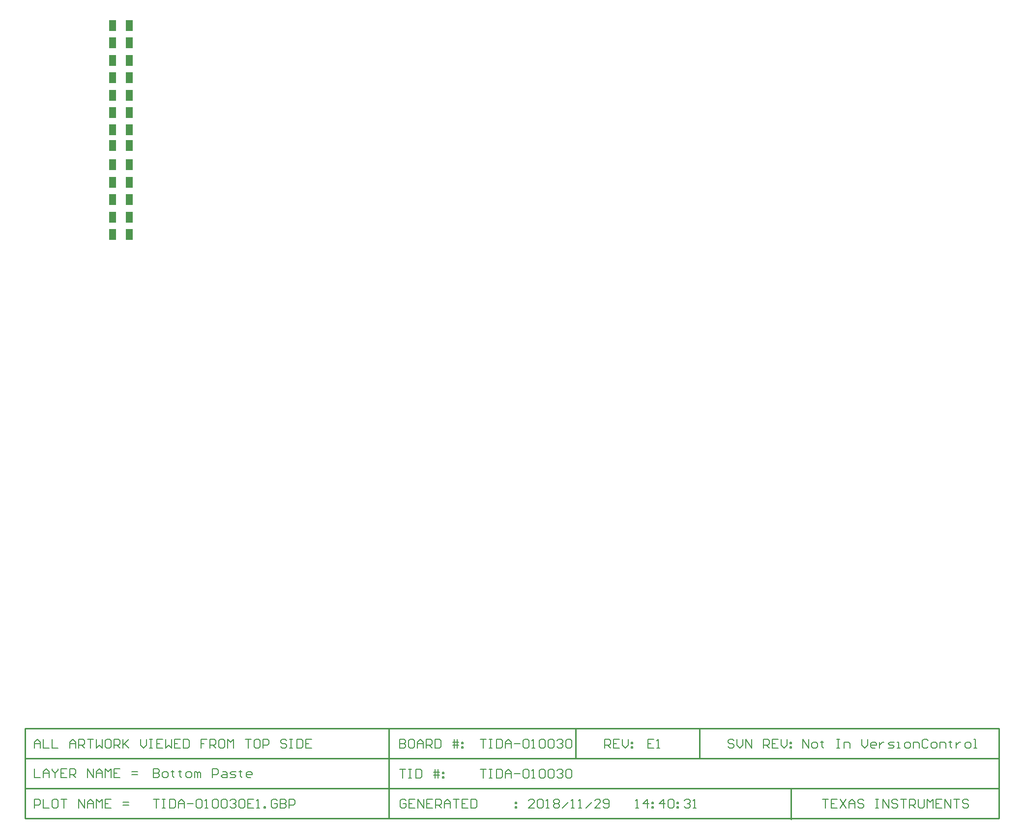
<source format=gbp>
G04 Layer_Color=128*
%FSAX25Y25*%
%MOIN*%
G70*
G01*
G75*
%ADD30R,0.05118X0.07283*%
%ADD50C,0.01000*%
%ADD63C,0.00800*%
G54D30*
X0099382Y0577700D02*
D03*
X0110800D02*
D03*
X0099382Y0565892D02*
D03*
X0110800D02*
D03*
X0099382Y0554083D02*
D03*
X0110800D02*
D03*
X0099382Y0542275D02*
D03*
X0110800D02*
D03*
X0099382Y0530467D02*
D03*
X0110800D02*
D03*
X0099382Y0518658D02*
D03*
X0110800D02*
D03*
X0099382Y0506850D02*
D03*
X0110800D02*
D03*
X0099382Y0496342D02*
D03*
X0110800D02*
D03*
X0099382Y0483233D02*
D03*
X0110800D02*
D03*
X0099382Y0471425D02*
D03*
X0110800D02*
D03*
X0099382Y0459617D02*
D03*
X0110800D02*
D03*
X0099382Y0447808D02*
D03*
X0110800D02*
D03*
X0099382Y0436000D02*
D03*
X0110800D02*
D03*
G54D50*
X0559400Y0039400D02*
Y0059683D01*
X0440500Y0040050D02*
X0700200D01*
Y0101050D01*
X0286500Y0040050D02*
Y0101050D01*
X0040000Y0040050D02*
Y0101050D01*
X0040050Y0040050D02*
X0197600D01*
X0040050D02*
Y0101050D01*
Y0101050D02*
X0700200D01*
X0040000Y0040050D02*
X0440500D01*
X0040000Y0060383D02*
X0700000D01*
X0040000Y0080717D02*
X0700200D01*
X0413200D02*
Y0101050D01*
X0497200Y0080717D02*
Y0101050D01*
G54D63*
X0126900Y0073549D02*
Y0067551D01*
X0129899D01*
X0130899Y0068550D01*
Y0069550D01*
X0129899Y0070550D01*
X0126900D01*
X0129899D01*
X0130899Y0071549D01*
Y0072549D01*
X0129899Y0073549D01*
X0126900D01*
X0133898Y0067551D02*
X0135897D01*
X0136897Y0068550D01*
Y0070550D01*
X0135897Y0071549D01*
X0133898D01*
X0132898Y0070550D01*
Y0068550D01*
X0133898Y0067551D01*
X0139896Y0072549D02*
Y0071549D01*
X0138896D01*
X0140895D01*
X0139896D01*
Y0068550D01*
X0140895Y0067551D01*
X0144894Y0072549D02*
Y0071549D01*
X0143895D01*
X0145894D01*
X0144894D01*
Y0068550D01*
X0145894Y0067551D01*
X0149893D02*
X0151892D01*
X0152892Y0068550D01*
Y0070550D01*
X0151892Y0071549D01*
X0149893D01*
X0148893Y0070550D01*
Y0068550D01*
X0149893Y0067551D01*
X0154891D02*
Y0071549D01*
X0155891D01*
X0156890Y0070550D01*
Y0067551D01*
Y0070550D01*
X0157890Y0071549D01*
X0158890Y0070550D01*
Y0067551D01*
X0166887D02*
Y0073549D01*
X0169886D01*
X0170886Y0072549D01*
Y0070550D01*
X0169886Y0069550D01*
X0166887D01*
X0173885Y0071549D02*
X0175884D01*
X0176884Y0070550D01*
Y0067551D01*
X0173885D01*
X0172885Y0068550D01*
X0173885Y0069550D01*
X0176884D01*
X0178883Y0067551D02*
X0181882D01*
X0182882Y0068550D01*
X0181882Y0069550D01*
X0179883D01*
X0178883Y0070550D01*
X0179883Y0071549D01*
X0182882D01*
X0185881Y0072549D02*
Y0071549D01*
X0184881D01*
X0186881D01*
X0185881D01*
Y0068550D01*
X0186881Y0067551D01*
X0192879D02*
X0190879D01*
X0189880Y0068550D01*
Y0070550D01*
X0190879Y0071549D01*
X0192879D01*
X0193878Y0070550D01*
Y0069550D01*
X0189880D01*
X0348550Y0073498D02*
X0352549D01*
X0350549D01*
Y0067500D01*
X0354548Y0073498D02*
X0356547D01*
X0355548D01*
Y0067500D01*
X0354548D01*
X0356547D01*
X0359546Y0073498D02*
Y0067500D01*
X0362545D01*
X0363545Y0068500D01*
Y0072498D01*
X0362545Y0073498D01*
X0359546D01*
X0365545Y0067500D02*
Y0071499D01*
X0367544Y0073498D01*
X0369543Y0071499D01*
Y0067500D01*
Y0070499D01*
X0365545D01*
X0371543D02*
X0375541D01*
X0377541Y0072498D02*
X0378540Y0073498D01*
X0380540D01*
X0381539Y0072498D01*
Y0068500D01*
X0380540Y0067500D01*
X0378540D01*
X0377541Y0068500D01*
Y0072498D01*
X0383539Y0067500D02*
X0385538D01*
X0384538D01*
Y0073498D01*
X0383539Y0072498D01*
X0388537D02*
X0389537Y0073498D01*
X0391536D01*
X0392536Y0072498D01*
Y0068500D01*
X0391536Y0067500D01*
X0389537D01*
X0388537Y0068500D01*
Y0072498D01*
X0394535D02*
X0395535Y0073498D01*
X0397534D01*
X0398534Y0072498D01*
Y0068500D01*
X0397534Y0067500D01*
X0395535D01*
X0394535Y0068500D01*
Y0072498D01*
X0400533D02*
X0401533Y0073498D01*
X0403532D01*
X0404532Y0072498D01*
Y0071499D01*
X0403532Y0070499D01*
X0402532D01*
X0403532D01*
X0404532Y0069499D01*
Y0068500D01*
X0403532Y0067500D01*
X0401533D01*
X0400533Y0068500D01*
X0406531Y0072498D02*
X0407531Y0073498D01*
X0409530D01*
X0410530Y0072498D01*
Y0068500D01*
X0409530Y0067500D01*
X0407531D01*
X0406531Y0068500D01*
Y0072498D01*
X0294000Y0073498D02*
X0297999D01*
X0295999D01*
Y0067500D01*
X0299998Y0073498D02*
X0301997D01*
X0300998D01*
Y0067500D01*
X0299998D01*
X0301997D01*
X0304996Y0073498D02*
Y0067500D01*
X0307996D01*
X0308995Y0068500D01*
Y0072498D01*
X0307996Y0073498D01*
X0304996D01*
X0317992Y0067500D02*
Y0073498D01*
X0319992D02*
Y0067500D01*
X0316993Y0071499D02*
X0319992D01*
X0320991D01*
X0316993Y0069499D02*
X0320991D01*
X0322991Y0071499D02*
X0323990D01*
Y0070499D01*
X0322991D01*
Y0071499D01*
Y0068500D02*
X0323990D01*
Y0067500D01*
X0322991D01*
Y0068500D01*
X0580500Y0052965D02*
X0584499D01*
X0582499D01*
Y0046966D01*
X0590497Y0052965D02*
X0586498D01*
Y0046966D01*
X0590497D01*
X0586498Y0049966D02*
X0588497D01*
X0592496Y0052965D02*
X0596495Y0046966D01*
Y0052965D02*
X0592496Y0046966D01*
X0598494D02*
Y0050965D01*
X0600493Y0052965D01*
X0602493Y0050965D01*
Y0046966D01*
Y0049966D01*
X0598494D01*
X0608491Y0051965D02*
X0607491Y0052965D01*
X0605492D01*
X0604492Y0051965D01*
Y0050965D01*
X0605492Y0049966D01*
X0607491D01*
X0608491Y0048966D01*
Y0047966D01*
X0607491Y0046966D01*
X0605492D01*
X0604492Y0047966D01*
X0616488Y0052965D02*
X0618488D01*
X0617488D01*
Y0046966D01*
X0616488D01*
X0618488D01*
X0621487D02*
Y0052965D01*
X0625486Y0046966D01*
Y0052965D01*
X0631484Y0051965D02*
X0630484Y0052965D01*
X0628484D01*
X0627485Y0051965D01*
Y0050965D01*
X0628484Y0049966D01*
X0630484D01*
X0631484Y0048966D01*
Y0047966D01*
X0630484Y0046966D01*
X0628484D01*
X0627485Y0047966D01*
X0633483Y0052965D02*
X0637482D01*
X0635482D01*
Y0046966D01*
X0639481D02*
Y0052965D01*
X0642480D01*
X0643480Y0051965D01*
Y0049966D01*
X0642480Y0048966D01*
X0639481D01*
X0641480D02*
X0643480Y0046966D01*
X0645479Y0052965D02*
Y0047966D01*
X0646479Y0046966D01*
X0648478D01*
X0649478Y0047966D01*
Y0052965D01*
X0651477Y0046966D02*
Y0052965D01*
X0653476Y0050965D01*
X0655476Y0052965D01*
Y0046966D01*
X0661474Y0052965D02*
X0657475D01*
Y0046966D01*
X0661474D01*
X0657475Y0049966D02*
X0659474D01*
X0663473Y0046966D02*
Y0052965D01*
X0667472Y0046966D01*
Y0052965D01*
X0669471D02*
X0673470D01*
X0671471D01*
Y0046966D01*
X0679468Y0051965D02*
X0678468Y0052965D01*
X0676469D01*
X0675469Y0051965D01*
Y0050965D01*
X0676469Y0049966D01*
X0678468D01*
X0679468Y0048966D01*
Y0047966D01*
X0678468Y0046966D01*
X0676469D01*
X0675469Y0047966D01*
X0454050Y0046966D02*
X0456049D01*
X0455050D01*
Y0052965D01*
X0454050Y0051965D01*
X0462047Y0046966D02*
Y0052965D01*
X0459048Y0049966D01*
X0463047D01*
X0465046Y0050965D02*
X0466046D01*
Y0049966D01*
X0465046D01*
Y0050965D01*
Y0047966D02*
X0466046D01*
Y0046966D01*
X0465046D01*
Y0047966D01*
X0473044Y0046966D02*
Y0052965D01*
X0470045Y0049966D01*
X0474044D01*
X0476043Y0051965D02*
X0477043Y0052965D01*
X0479042D01*
X0480042Y0051965D01*
Y0047966D01*
X0479042Y0046966D01*
X0477043D01*
X0476043Y0047966D01*
Y0051965D01*
X0482041Y0050965D02*
X0483041D01*
Y0049966D01*
X0482041D01*
Y0050965D01*
Y0047966D02*
X0483041D01*
Y0046966D01*
X0482041D01*
Y0047966D01*
X0487039Y0051965D02*
X0488039Y0052965D01*
X0490038D01*
X0491038Y0051965D01*
Y0050965D01*
X0490038Y0049966D01*
X0489039D01*
X0490038D01*
X0491038Y0048966D01*
Y0047966D01*
X0490038Y0046966D01*
X0488039D01*
X0487039Y0047966D01*
X0493037Y0046966D02*
X0495037D01*
X0494037D01*
Y0052965D01*
X0493037Y0051965D01*
X0046350Y0046966D02*
Y0052965D01*
X0049349D01*
X0050349Y0051965D01*
Y0049966D01*
X0049349Y0048966D01*
X0046350D01*
X0052348Y0052965D02*
Y0046966D01*
X0056347D01*
X0061345Y0052965D02*
X0059346D01*
X0058346Y0051965D01*
Y0047966D01*
X0059346Y0046966D01*
X0061345D01*
X0062345Y0047966D01*
Y0051965D01*
X0061345Y0052965D01*
X0064344D02*
X0068343D01*
X0066343D01*
Y0046966D01*
X0076340D02*
Y0052965D01*
X0080339Y0046966D01*
Y0052965D01*
X0082338Y0046966D02*
Y0050965D01*
X0084338Y0052965D01*
X0086337Y0050965D01*
Y0046966D01*
Y0049966D01*
X0082338D01*
X0088336Y0046966D02*
Y0052965D01*
X0090336Y0050965D01*
X0092335Y0052965D01*
Y0046966D01*
X0098333Y0052965D02*
X0094335D01*
Y0046966D01*
X0098333D01*
X0094335Y0049966D02*
X0096334D01*
X0106331Y0048966D02*
X0110329D01*
X0106331Y0050965D02*
X0110329D01*
X0046350Y0073549D02*
Y0067551D01*
X0050349D01*
X0052348D02*
Y0071549D01*
X0054347Y0073549D01*
X0056347Y0071549D01*
Y0067551D01*
Y0070550D01*
X0052348D01*
X0058346Y0073549D02*
Y0072549D01*
X0060346Y0070550D01*
X0062345Y0072549D01*
Y0073549D01*
X0060346Y0070550D02*
Y0067551D01*
X0068343Y0073549D02*
X0064344D01*
Y0067551D01*
X0068343D01*
X0064344Y0070550D02*
X0066343D01*
X0070342Y0067551D02*
Y0073549D01*
X0073341D01*
X0074341Y0072549D01*
Y0070550D01*
X0073341Y0069550D01*
X0070342D01*
X0072342D02*
X0074341Y0067551D01*
X0082338D02*
Y0073549D01*
X0086337Y0067551D01*
Y0073549D01*
X0088336Y0067551D02*
Y0071549D01*
X0090336Y0073549D01*
X0092335Y0071549D01*
Y0067551D01*
Y0070550D01*
X0088336D01*
X0094335Y0067551D02*
Y0073549D01*
X0096334Y0071549D01*
X0098333Y0073549D01*
Y0067551D01*
X0104331Y0073549D02*
X0100332D01*
Y0067551D01*
X0104331D01*
X0100332Y0070550D02*
X0102332D01*
X0112329Y0069550D02*
X0116327D01*
X0112329Y0071549D02*
X0116327D01*
X0294000Y0093831D02*
Y0087833D01*
X0296999D01*
X0297999Y0088833D01*
Y0089833D01*
X0296999Y0090832D01*
X0294000D01*
X0296999D01*
X0297999Y0091832D01*
Y0092832D01*
X0296999Y0093831D01*
X0294000D01*
X0302997D02*
X0300998D01*
X0299998Y0092832D01*
Y0088833D01*
X0300998Y0087833D01*
X0302997D01*
X0303997Y0088833D01*
Y0092832D01*
X0302997Y0093831D01*
X0305996Y0087833D02*
Y0091832D01*
X0307996Y0093831D01*
X0309995Y0091832D01*
Y0087833D01*
Y0090832D01*
X0305996D01*
X0311994Y0087833D02*
Y0093831D01*
X0314993D01*
X0315993Y0092832D01*
Y0090832D01*
X0314993Y0089833D01*
X0311994D01*
X0313994D02*
X0315993Y0087833D01*
X0317992Y0093831D02*
Y0087833D01*
X0320991D01*
X0321991Y0088833D01*
Y0092832D01*
X0320991Y0093831D01*
X0317992D01*
X0330988Y0087833D02*
Y0093831D01*
X0332987D02*
Y0087833D01*
X0329988Y0091832D02*
X0332987D01*
X0333987D01*
X0329988Y0089833D02*
X0333987D01*
X0335986Y0091832D02*
X0336986D01*
Y0090832D01*
X0335986D01*
Y0091832D01*
Y0088833D02*
X0336986D01*
Y0087833D01*
X0335986D01*
Y0088833D01*
X0348550Y0093831D02*
X0352549D01*
X0350549D01*
Y0087833D01*
X0354548Y0093831D02*
X0356547D01*
X0355548D01*
Y0087833D01*
X0354548D01*
X0356547D01*
X0359546Y0093831D02*
Y0087833D01*
X0362545D01*
X0363545Y0088833D01*
Y0092832D01*
X0362545Y0093831D01*
X0359546D01*
X0365545Y0087833D02*
Y0091832D01*
X0367544Y0093831D01*
X0369543Y0091832D01*
Y0087833D01*
Y0090832D01*
X0365545D01*
X0371543D02*
X0375541D01*
X0377541Y0092832D02*
X0378540Y0093831D01*
X0380540D01*
X0381539Y0092832D01*
Y0088833D01*
X0380540Y0087833D01*
X0378540D01*
X0377541Y0088833D01*
Y0092832D01*
X0383539Y0087833D02*
X0385538D01*
X0384538D01*
Y0093831D01*
X0383539Y0092832D01*
X0388537D02*
X0389537Y0093831D01*
X0391536D01*
X0392536Y0092832D01*
Y0088833D01*
X0391536Y0087833D01*
X0389537D01*
X0388537Y0088833D01*
Y0092832D01*
X0394535D02*
X0395535Y0093831D01*
X0397534D01*
X0398534Y0092832D01*
Y0088833D01*
X0397534Y0087833D01*
X0395535D01*
X0394535Y0088833D01*
Y0092832D01*
X0400533D02*
X0401533Y0093831D01*
X0403532D01*
X0404532Y0092832D01*
Y0091832D01*
X0403532Y0090832D01*
X0402532D01*
X0403532D01*
X0404532Y0089833D01*
Y0088833D01*
X0403532Y0087833D01*
X0401533D01*
X0400533Y0088833D01*
X0406531Y0092832D02*
X0407531Y0093831D01*
X0409530D01*
X0410530Y0092832D01*
Y0088833D01*
X0409530Y0087833D01*
X0407531D01*
X0406531Y0088833D01*
Y0092832D01*
X0466149Y0093831D02*
X0462150D01*
Y0087833D01*
X0466149D01*
X0462150Y0090832D02*
X0464149D01*
X0468148Y0087833D02*
X0470147D01*
X0469148D01*
Y0093831D01*
X0468148Y0092832D01*
X0046350Y0087833D02*
Y0091832D01*
X0048349Y0093831D01*
X0050349Y0091832D01*
Y0087833D01*
Y0090832D01*
X0046350D01*
X0052348Y0093831D02*
Y0087833D01*
X0056347D01*
X0058346Y0093831D02*
Y0087833D01*
X0062345D01*
X0070342D02*
Y0091832D01*
X0072342Y0093831D01*
X0074341Y0091832D01*
Y0087833D01*
Y0090832D01*
X0070342D01*
X0076340Y0087833D02*
Y0093831D01*
X0079339D01*
X0080339Y0092832D01*
Y0090832D01*
X0079339Y0089833D01*
X0076340D01*
X0078340D02*
X0080339Y0087833D01*
X0082338Y0093831D02*
X0086337D01*
X0084338D01*
Y0087833D01*
X0088336Y0093831D02*
Y0087833D01*
X0090336Y0089833D01*
X0092335Y0087833D01*
Y0093831D01*
X0097334D02*
X0095334D01*
X0094335Y0092832D01*
Y0088833D01*
X0095334Y0087833D01*
X0097334D01*
X0098333Y0088833D01*
Y0092832D01*
X0097334Y0093831D01*
X0100332Y0087833D02*
Y0093831D01*
X0103332D01*
X0104331Y0092832D01*
Y0090832D01*
X0103332Y0089833D01*
X0100332D01*
X0102332D02*
X0104331Y0087833D01*
X0106331Y0093831D02*
Y0087833D01*
Y0089833D01*
X0110329Y0093831D01*
X0107330Y0090832D01*
X0110329Y0087833D01*
X0118327Y0093831D02*
Y0089833D01*
X0120326Y0087833D01*
X0122325Y0089833D01*
Y0093831D01*
X0124325D02*
X0126324D01*
X0125324D01*
Y0087833D01*
X0124325D01*
X0126324D01*
X0133322Y0093831D02*
X0129323D01*
Y0087833D01*
X0133322D01*
X0129323Y0090832D02*
X0131323D01*
X0135321Y0093831D02*
Y0087833D01*
X0137321Y0089833D01*
X0139320Y0087833D01*
Y0093831D01*
X0145318D02*
X0141319D01*
Y0087833D01*
X0145318D01*
X0141319Y0090832D02*
X0143319D01*
X0147317Y0093831D02*
Y0087833D01*
X0150316D01*
X0151316Y0088833D01*
Y0092832D01*
X0150316Y0093831D01*
X0147317D01*
X0163312D02*
X0159313D01*
Y0090832D01*
X0161313D01*
X0159313D01*
Y0087833D01*
X0165312D02*
Y0093831D01*
X0168310D01*
X0169310Y0092832D01*
Y0090832D01*
X0168310Y0089833D01*
X0165312D01*
X0167311D02*
X0169310Y0087833D01*
X0174309Y0093831D02*
X0172309D01*
X0171310Y0092832D01*
Y0088833D01*
X0172309Y0087833D01*
X0174309D01*
X0175308Y0088833D01*
Y0092832D01*
X0174309Y0093831D01*
X0177308Y0087833D02*
Y0093831D01*
X0179307Y0091832D01*
X0181306Y0093831D01*
Y0087833D01*
X0189304Y0093831D02*
X0193303D01*
X0191303D01*
Y0087833D01*
X0198301Y0093831D02*
X0196301D01*
X0195302Y0092832D01*
Y0088833D01*
X0196301Y0087833D01*
X0198301D01*
X0199301Y0088833D01*
Y0092832D01*
X0198301Y0093831D01*
X0201300Y0087833D02*
Y0093831D01*
X0204299D01*
X0205299Y0092832D01*
Y0090832D01*
X0204299Y0089833D01*
X0201300D01*
X0217295Y0092832D02*
X0216295Y0093831D01*
X0214296D01*
X0213296Y0092832D01*
Y0091832D01*
X0214296Y0090832D01*
X0216295D01*
X0217295Y0089833D01*
Y0088833D01*
X0216295Y0087833D01*
X0214296D01*
X0213296Y0088833D01*
X0219294Y0093831D02*
X0221293D01*
X0220294D01*
Y0087833D01*
X0219294D01*
X0221293D01*
X0224292Y0093831D02*
Y0087833D01*
X0227291D01*
X0228291Y0088833D01*
Y0092832D01*
X0227291Y0093831D01*
X0224292D01*
X0234289D02*
X0230291D01*
Y0087833D01*
X0234289D01*
X0230291Y0090832D02*
X0232290D01*
X0298199Y0051965D02*
X0297199Y0052965D01*
X0295200D01*
X0294200Y0051965D01*
Y0047966D01*
X0295200Y0046966D01*
X0297199D01*
X0298199Y0047966D01*
Y0049966D01*
X0296199D01*
X0304197Y0052965D02*
X0300198D01*
Y0046966D01*
X0304197D01*
X0300198Y0049966D02*
X0302197D01*
X0306196Y0046966D02*
Y0052965D01*
X0310195Y0046966D01*
Y0052965D01*
X0316193D02*
X0312194D01*
Y0046966D01*
X0316193D01*
X0312194Y0049966D02*
X0314194D01*
X0318192Y0046966D02*
Y0052965D01*
X0321191D01*
X0322191Y0051965D01*
Y0049966D01*
X0321191Y0048966D01*
X0318192D01*
X0320192D02*
X0322191Y0046966D01*
X0324190D02*
Y0050965D01*
X0326190Y0052965D01*
X0328189Y0050965D01*
Y0046966D01*
Y0049966D01*
X0324190D01*
X0330188Y0052965D02*
X0334187D01*
X0332188D01*
Y0046966D01*
X0340185Y0052965D02*
X0336186D01*
Y0046966D01*
X0340185D01*
X0336186Y0049966D02*
X0338186D01*
X0342184Y0052965D02*
Y0046966D01*
X0345183D01*
X0346183Y0047966D01*
Y0051965D01*
X0345183Y0052965D01*
X0342184D01*
X0372175Y0050965D02*
X0373175D01*
Y0049966D01*
X0372175D01*
Y0050965D01*
Y0047966D02*
X0373175D01*
Y0046966D01*
X0372175D01*
Y0047966D01*
X0385149Y0046966D02*
X0381150D01*
X0385149Y0050965D01*
Y0051965D01*
X0384149Y0052965D01*
X0382150D01*
X0381150Y0051965D01*
X0387148D02*
X0388148Y0052965D01*
X0390147D01*
X0391147Y0051965D01*
Y0047966D01*
X0390147Y0046966D01*
X0388148D01*
X0387148Y0047966D01*
Y0051965D01*
X0393146Y0046966D02*
X0395146D01*
X0394146D01*
Y0052965D01*
X0393146Y0051965D01*
X0398145D02*
X0399144Y0052965D01*
X0401144D01*
X0402143Y0051965D01*
Y0050965D01*
X0401144Y0049966D01*
X0402143Y0048966D01*
Y0047966D01*
X0401144Y0046966D01*
X0399144D01*
X0398145Y0047966D01*
Y0048966D01*
X0399144Y0049966D01*
X0398145Y0050965D01*
Y0051965D01*
X0399144Y0049966D02*
X0401144D01*
X0404143Y0046966D02*
X0408141Y0050965D01*
X0410141Y0046966D02*
X0412140D01*
X0411140D01*
Y0052965D01*
X0410141Y0051965D01*
X0415139Y0046966D02*
X0417138D01*
X0416139D01*
Y0052965D01*
X0415139Y0051965D01*
X0420137Y0046966D02*
X0424136Y0050965D01*
X0430134Y0046966D02*
X0426135D01*
X0430134Y0050965D01*
Y0051965D01*
X0429135Y0052965D01*
X0427135D01*
X0426135Y0051965D01*
X0432133Y0047966D02*
X0433133Y0046966D01*
X0435133D01*
X0436132Y0047966D01*
Y0051965D01*
X0435133Y0052965D01*
X0433133D01*
X0432133Y0051965D01*
Y0050965D01*
X0433133Y0049966D01*
X0436132D01*
X0126900Y0052965D02*
X0130899D01*
X0128899D01*
Y0046966D01*
X0132898Y0052965D02*
X0134897D01*
X0133898D01*
Y0046966D01*
X0132898D01*
X0134897D01*
X0137896Y0052965D02*
Y0046966D01*
X0140895D01*
X0141895Y0047966D01*
Y0051965D01*
X0140895Y0052965D01*
X0137896D01*
X0143895Y0046966D02*
Y0050965D01*
X0145894Y0052965D01*
X0147893Y0050965D01*
Y0046966D01*
Y0049966D01*
X0143895D01*
X0149893D02*
X0153891D01*
X0155891Y0051965D02*
X0156890Y0052965D01*
X0158890D01*
X0159889Y0051965D01*
Y0047966D01*
X0158890Y0046966D01*
X0156890D01*
X0155891Y0047966D01*
Y0051965D01*
X0161889Y0046966D02*
X0163888D01*
X0162888D01*
Y0052965D01*
X0161889Y0051965D01*
X0166887D02*
X0167887Y0052965D01*
X0169886D01*
X0170886Y0051965D01*
Y0047966D01*
X0169886Y0046966D01*
X0167887D01*
X0166887Y0047966D01*
Y0051965D01*
X0172885D02*
X0173885Y0052965D01*
X0175884D01*
X0176884Y0051965D01*
Y0047966D01*
X0175884Y0046966D01*
X0173885D01*
X0172885Y0047966D01*
Y0051965D01*
X0178883D02*
X0179883Y0052965D01*
X0181882D01*
X0182882Y0051965D01*
Y0050965D01*
X0181882Y0049966D01*
X0180883D01*
X0181882D01*
X0182882Y0048966D01*
Y0047966D01*
X0181882Y0046966D01*
X0179883D01*
X0178883Y0047966D01*
X0184881Y0051965D02*
X0185881Y0052965D01*
X0187880D01*
X0188880Y0051965D01*
Y0047966D01*
X0187880Y0046966D01*
X0185881D01*
X0184881Y0047966D01*
Y0051965D01*
X0194878Y0052965D02*
X0190879D01*
Y0046966D01*
X0194878D01*
X0190879Y0049966D02*
X0192879D01*
X0196877Y0046966D02*
X0198877D01*
X0197877D01*
Y0052965D01*
X0196877Y0051965D01*
X0201876Y0046966D02*
Y0047966D01*
X0202875D01*
Y0046966D01*
X0201876D01*
X0210873Y0051965D02*
X0209873Y0052965D01*
X0207874D01*
X0206874Y0051965D01*
Y0047966D01*
X0207874Y0046966D01*
X0209873D01*
X0210873Y0047966D01*
Y0049966D01*
X0208874D01*
X0212872Y0052965D02*
Y0046966D01*
X0215871D01*
X0216871Y0047966D01*
Y0048966D01*
X0215871Y0049966D01*
X0212872D01*
X0215871D01*
X0216871Y0050965D01*
Y0051965D01*
X0215871Y0052965D01*
X0212872D01*
X0218870Y0046966D02*
Y0052965D01*
X0221869D01*
X0222869Y0051965D01*
Y0049966D01*
X0221869Y0048966D01*
X0218870D01*
X0433000Y0087833D02*
Y0093831D01*
X0435999D01*
X0436999Y0092832D01*
Y0090832D01*
X0435999Y0089833D01*
X0433000D01*
X0434999D02*
X0436999Y0087833D01*
X0442997Y0093831D02*
X0438998D01*
Y0087833D01*
X0442997D01*
X0438998Y0090832D02*
X0440997D01*
X0444996Y0093831D02*
Y0089833D01*
X0446995Y0087833D01*
X0448995Y0089833D01*
Y0093831D01*
X0450994Y0091832D02*
X0451994D01*
Y0090832D01*
X0450994D01*
Y0091832D01*
Y0088833D02*
X0451994D01*
Y0087833D01*
X0450994D01*
Y0088833D01*
X0520799Y0092832D02*
X0519799Y0093831D01*
X0517800D01*
X0516800Y0092832D01*
Y0091832D01*
X0517800Y0090832D01*
X0519799D01*
X0520799Y0089833D01*
Y0088833D01*
X0519799Y0087833D01*
X0517800D01*
X0516800Y0088833D01*
X0522798Y0093831D02*
Y0089833D01*
X0524797Y0087833D01*
X0526797Y0089833D01*
Y0093831D01*
X0528796Y0087833D02*
Y0093831D01*
X0532795Y0087833D01*
Y0093831D01*
X0540792Y0087833D02*
Y0093831D01*
X0543791D01*
X0544791Y0092832D01*
Y0090832D01*
X0543791Y0089833D01*
X0540792D01*
X0542792D02*
X0544791Y0087833D01*
X0550789Y0093831D02*
X0546790D01*
Y0087833D01*
X0550789D01*
X0546790Y0090832D02*
X0548790D01*
X0552788Y0093831D02*
Y0089833D01*
X0554788Y0087833D01*
X0556787Y0089833D01*
Y0093831D01*
X0558786Y0091832D02*
X0559786D01*
Y0090832D01*
X0558786D01*
Y0091832D01*
Y0088833D02*
X0559786D01*
Y0087833D01*
X0558786D01*
Y0088833D01*
X0567400Y0087833D02*
Y0093831D01*
X0571399Y0087833D01*
Y0093831D01*
X0574398Y0087833D02*
X0576397D01*
X0577397Y0088833D01*
Y0090832D01*
X0576397Y0091832D01*
X0574398D01*
X0573398Y0090832D01*
Y0088833D01*
X0574398Y0087833D01*
X0580396Y0092832D02*
Y0091832D01*
X0579396D01*
X0581395D01*
X0580396D01*
Y0088833D01*
X0581395Y0087833D01*
X0590393Y0093831D02*
X0592392D01*
X0591392D01*
Y0087833D01*
X0590393D01*
X0592392D01*
X0595391D02*
Y0091832D01*
X0598390D01*
X0599390Y0090832D01*
Y0087833D01*
X0607387Y0093831D02*
Y0089833D01*
X0609386Y0087833D01*
X0611386Y0089833D01*
Y0093831D01*
X0616384Y0087833D02*
X0614385D01*
X0613385Y0088833D01*
Y0090832D01*
X0614385Y0091832D01*
X0616384D01*
X0617384Y0090832D01*
Y0089833D01*
X0613385D01*
X0619383Y0091832D02*
Y0087833D01*
Y0089833D01*
X0620383Y0090832D01*
X0621383Y0091832D01*
X0622382D01*
X0625381Y0087833D02*
X0628380D01*
X0629380Y0088833D01*
X0628380Y0089833D01*
X0626381D01*
X0625381Y0090832D01*
X0626381Y0091832D01*
X0629380D01*
X0631379Y0087833D02*
X0633379D01*
X0632379D01*
Y0091832D01*
X0631379D01*
X0637377Y0087833D02*
X0639377D01*
X0640376Y0088833D01*
Y0090832D01*
X0639377Y0091832D01*
X0637377D01*
X0636378Y0090832D01*
Y0088833D01*
X0637377Y0087833D01*
X0642376D02*
Y0091832D01*
X0645375D01*
X0646374Y0090832D01*
Y0087833D01*
X0652373Y0092832D02*
X0651373Y0093831D01*
X0649373D01*
X0648374Y0092832D01*
Y0088833D01*
X0649373Y0087833D01*
X0651373D01*
X0652373Y0088833D01*
X0655372Y0087833D02*
X0657371D01*
X0658371Y0088833D01*
Y0090832D01*
X0657371Y0091832D01*
X0655372D01*
X0654372Y0090832D01*
Y0088833D01*
X0655372Y0087833D01*
X0660370D02*
Y0091832D01*
X0663369D01*
X0664369Y0090832D01*
Y0087833D01*
X0667368Y0092832D02*
Y0091832D01*
X0666368D01*
X0668367D01*
X0667368D01*
Y0088833D01*
X0668367Y0087833D01*
X0671366Y0091832D02*
Y0087833D01*
Y0089833D01*
X0672366Y0090832D01*
X0673366Y0091832D01*
X0674365D01*
X0678364Y0087833D02*
X0680364D01*
X0681363Y0088833D01*
Y0090832D01*
X0680364Y0091832D01*
X0678364D01*
X0677364Y0090832D01*
Y0088833D01*
X0678364Y0087833D01*
X0683362D02*
X0685362D01*
X0684362D01*
Y0093831D01*
X0683362D01*
M02*

</source>
